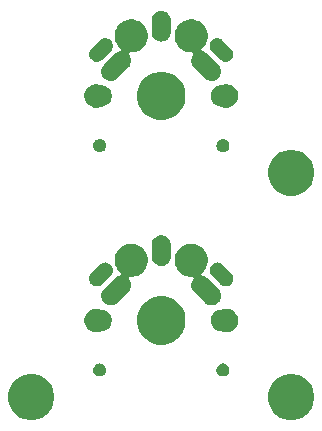
<source format=gbr>
G04 #@! TF.GenerationSoftware,KiCad,Pcbnew,(5.1.2)-2*
G04 #@! TF.CreationDate,2020-04-16T23:41:48+09:00*
G04 #@! TF.ProjectId,17mm ProMicro Cover,31376d6d-2050-4726-9f4d-6963726f2043,rev?*
G04 #@! TF.SameCoordinates,Original*
G04 #@! TF.FileFunction,Soldermask,Top*
G04 #@! TF.FilePolarity,Negative*
%FSLAX46Y46*%
G04 Gerber Fmt 4.6, Leading zero omitted, Abs format (unit mm)*
G04 Created by KiCad (PCBNEW (5.1.2)-2) date 2020-04-16 23:41:48*
%MOMM*%
%LPD*%
G04 APERTURE LIST*
%ADD10C,0.100000*%
G04 APERTURE END LIST*
D10*
G36*
X166069085Y-116623975D02*
G01*
X166375750Y-116751000D01*
X166424145Y-116771046D01*
X166743690Y-116984559D01*
X167015441Y-117256310D01*
X167228954Y-117575855D01*
X167228955Y-117575857D01*
X167376025Y-117930915D01*
X167451000Y-118307842D01*
X167451000Y-118692158D01*
X167376025Y-119069085D01*
X167228955Y-119424143D01*
X167228954Y-119424145D01*
X167015441Y-119743690D01*
X166743690Y-120015441D01*
X166424145Y-120228954D01*
X166424144Y-120228955D01*
X166424143Y-120228955D01*
X166069085Y-120376025D01*
X165692158Y-120451000D01*
X165307842Y-120451000D01*
X164930915Y-120376025D01*
X164575857Y-120228955D01*
X164575856Y-120228955D01*
X164575855Y-120228954D01*
X164256310Y-120015441D01*
X163984559Y-119743690D01*
X163771046Y-119424145D01*
X163771045Y-119424143D01*
X163623975Y-119069085D01*
X163549000Y-118692158D01*
X163549000Y-118307842D01*
X163623975Y-117930915D01*
X163771045Y-117575857D01*
X163771046Y-117575855D01*
X163984559Y-117256310D01*
X164256310Y-116984559D01*
X164575855Y-116771046D01*
X164624250Y-116751000D01*
X164930915Y-116623975D01*
X165307842Y-116549000D01*
X165692158Y-116549000D01*
X166069085Y-116623975D01*
X166069085Y-116623975D01*
G37*
G36*
X144069085Y-116623975D02*
G01*
X144375750Y-116751000D01*
X144424145Y-116771046D01*
X144743690Y-116984559D01*
X145015441Y-117256310D01*
X145228954Y-117575855D01*
X145228955Y-117575857D01*
X145376025Y-117930915D01*
X145451000Y-118307842D01*
X145451000Y-118692158D01*
X145376025Y-119069085D01*
X145228955Y-119424143D01*
X145228954Y-119424145D01*
X145015441Y-119743690D01*
X144743690Y-120015441D01*
X144424145Y-120228954D01*
X144424144Y-120228955D01*
X144424143Y-120228955D01*
X144069085Y-120376025D01*
X143692158Y-120451000D01*
X143307842Y-120451000D01*
X142930915Y-120376025D01*
X142575857Y-120228955D01*
X142575856Y-120228955D01*
X142575855Y-120228954D01*
X142256310Y-120015441D01*
X141984559Y-119743690D01*
X141771046Y-119424145D01*
X141771045Y-119424143D01*
X141623975Y-119069085D01*
X141549000Y-118692158D01*
X141549000Y-118307842D01*
X141623975Y-117930915D01*
X141771045Y-117575857D01*
X141771046Y-117575855D01*
X141984559Y-117256310D01*
X142256310Y-116984559D01*
X142575855Y-116771046D01*
X142624250Y-116751000D01*
X142930915Y-116623975D01*
X143307842Y-116549000D01*
X143692158Y-116549000D01*
X144069085Y-116623975D01*
X144069085Y-116623975D01*
G37*
G36*
X159880721Y-115670174D02*
G01*
X159980995Y-115711709D01*
X159980996Y-115711710D01*
X160071242Y-115772010D01*
X160147990Y-115848758D01*
X160147991Y-115848760D01*
X160208291Y-115939005D01*
X160249826Y-116039279D01*
X160271000Y-116145730D01*
X160271000Y-116254270D01*
X160249826Y-116360721D01*
X160208291Y-116460995D01*
X160208290Y-116460996D01*
X160147990Y-116551242D01*
X160071242Y-116627990D01*
X160025812Y-116658345D01*
X159980995Y-116688291D01*
X159880721Y-116729826D01*
X159774270Y-116751000D01*
X159665730Y-116751000D01*
X159559279Y-116729826D01*
X159459005Y-116688291D01*
X159414188Y-116658345D01*
X159368758Y-116627990D01*
X159292010Y-116551242D01*
X159231710Y-116460996D01*
X159231709Y-116460995D01*
X159190174Y-116360721D01*
X159169000Y-116254270D01*
X159169000Y-116145730D01*
X159190174Y-116039279D01*
X159231709Y-115939005D01*
X159292009Y-115848760D01*
X159292010Y-115848758D01*
X159368758Y-115772010D01*
X159459004Y-115711710D01*
X159459005Y-115711709D01*
X159559279Y-115670174D01*
X159665730Y-115649000D01*
X159774270Y-115649000D01*
X159880721Y-115670174D01*
X159880721Y-115670174D01*
G37*
G36*
X149440721Y-115670174D02*
G01*
X149540995Y-115711709D01*
X149540996Y-115711710D01*
X149631242Y-115772010D01*
X149707990Y-115848758D01*
X149707991Y-115848760D01*
X149768291Y-115939005D01*
X149809826Y-116039279D01*
X149831000Y-116145730D01*
X149831000Y-116254270D01*
X149809826Y-116360721D01*
X149768291Y-116460995D01*
X149768290Y-116460996D01*
X149707990Y-116551242D01*
X149631242Y-116627990D01*
X149585812Y-116658345D01*
X149540995Y-116688291D01*
X149440721Y-116729826D01*
X149334270Y-116751000D01*
X149225730Y-116751000D01*
X149119279Y-116729826D01*
X149019005Y-116688291D01*
X148974188Y-116658345D01*
X148928758Y-116627990D01*
X148852010Y-116551242D01*
X148791710Y-116460996D01*
X148791709Y-116460995D01*
X148750174Y-116360721D01*
X148729000Y-116254270D01*
X148729000Y-116145730D01*
X148750174Y-116039279D01*
X148791709Y-115939005D01*
X148852009Y-115848760D01*
X148852010Y-115848758D01*
X148928758Y-115772010D01*
X149019004Y-115711710D01*
X149019005Y-115711709D01*
X149119279Y-115670174D01*
X149225730Y-115649000D01*
X149334270Y-115649000D01*
X149440721Y-115670174D01*
X149440721Y-115670174D01*
G37*
G36*
X155098254Y-110027818D02*
G01*
X155471511Y-110182426D01*
X155471513Y-110182427D01*
X155539165Y-110227631D01*
X155807436Y-110406884D01*
X156093116Y-110692564D01*
X156317574Y-111028489D01*
X156472182Y-111401746D01*
X156551000Y-111797993D01*
X156551000Y-112202007D01*
X156472182Y-112598254D01*
X156342839Y-112910515D01*
X156317573Y-112971513D01*
X156093116Y-113307436D01*
X155807436Y-113593116D01*
X155471513Y-113817573D01*
X155471512Y-113817574D01*
X155471511Y-113817574D01*
X155098254Y-113972182D01*
X154702007Y-114051000D01*
X154297993Y-114051000D01*
X153901746Y-113972182D01*
X153528489Y-113817574D01*
X153528488Y-113817574D01*
X153528487Y-113817573D01*
X153192564Y-113593116D01*
X152906884Y-113307436D01*
X152682427Y-112971513D01*
X152657161Y-112910515D01*
X152527818Y-112598254D01*
X152449000Y-112202007D01*
X152449000Y-111797993D01*
X152527818Y-111401746D01*
X152682426Y-111028489D01*
X152906884Y-110692564D01*
X153192564Y-110406884D01*
X153460835Y-110227631D01*
X153528487Y-110182427D01*
X153528489Y-110182426D01*
X153901746Y-110027818D01*
X154297993Y-109949000D01*
X154702007Y-109949000D01*
X155098254Y-110027818D01*
X155098254Y-110027818D01*
G37*
G36*
X149195285Y-111018234D02*
G01*
X149291981Y-111037468D01*
X149412310Y-111087311D01*
X149417560Y-111089485D01*
X149441009Y-111096598D01*
X149465395Y-111099000D01*
X149508742Y-111099000D01*
X149533512Y-111103927D01*
X149682812Y-111133624D01*
X149846784Y-111201544D01*
X149994354Y-111300147D01*
X150119853Y-111425646D01*
X150218456Y-111573216D01*
X150286376Y-111737188D01*
X150321000Y-111911259D01*
X150321000Y-112088741D01*
X150286376Y-112262812D01*
X150218456Y-112426784D01*
X150119853Y-112574354D01*
X149994354Y-112699853D01*
X149846784Y-112798456D01*
X149682812Y-112866376D01*
X149533512Y-112896073D01*
X149508742Y-112901000D01*
X149465395Y-112901000D01*
X149441009Y-112903402D01*
X149417560Y-112910515D01*
X149291981Y-112962532D01*
X149195285Y-112981766D01*
X149098591Y-113001000D01*
X148901409Y-113001000D01*
X148804715Y-112981766D01*
X148708019Y-112962532D01*
X148525849Y-112887074D01*
X148361900Y-112777527D01*
X148222473Y-112638100D01*
X148112926Y-112474151D01*
X148037468Y-112291981D01*
X147999000Y-112098590D01*
X147999000Y-111901410D01*
X148037468Y-111708019D01*
X148112926Y-111525849D01*
X148222473Y-111361900D01*
X148361900Y-111222473D01*
X148525849Y-111112926D01*
X148708019Y-111037468D01*
X148804715Y-111018234D01*
X148901409Y-110999000D01*
X149098591Y-110999000D01*
X149195285Y-111018234D01*
X149195285Y-111018234D01*
G37*
G36*
X160195285Y-111018234D02*
G01*
X160291981Y-111037468D01*
X160474151Y-111112926D01*
X160638100Y-111222473D01*
X160777527Y-111361900D01*
X160887074Y-111525849D01*
X160962532Y-111708019D01*
X161001000Y-111901410D01*
X161001000Y-112098590D01*
X160962532Y-112291981D01*
X160887074Y-112474151D01*
X160777527Y-112638100D01*
X160638100Y-112777527D01*
X160474151Y-112887074D01*
X160291981Y-112962532D01*
X160195285Y-112981766D01*
X160098591Y-113001000D01*
X159901409Y-113001000D01*
X159804715Y-112981766D01*
X159708019Y-112962532D01*
X159582440Y-112910515D01*
X159558991Y-112903402D01*
X159534605Y-112901000D01*
X159491258Y-112901000D01*
X159466488Y-112896073D01*
X159317188Y-112866376D01*
X159153216Y-112798456D01*
X159005646Y-112699853D01*
X158880147Y-112574354D01*
X158781544Y-112426784D01*
X158713624Y-112262812D01*
X158679000Y-112088741D01*
X158679000Y-111911259D01*
X158713624Y-111737188D01*
X158781544Y-111573216D01*
X158880147Y-111425646D01*
X159005646Y-111300147D01*
X159153216Y-111201544D01*
X159317188Y-111133624D01*
X159466488Y-111103927D01*
X159491258Y-111099000D01*
X159534605Y-111099000D01*
X159558991Y-111096598D01*
X159582440Y-111089485D01*
X159587690Y-111087311D01*
X159708019Y-111037468D01*
X159804715Y-111018234D01*
X159901409Y-110999000D01*
X160098591Y-110999000D01*
X160195285Y-111018234D01*
X160195285Y-111018234D01*
G37*
G36*
X157358433Y-105554893D02*
G01*
X157448657Y-105572839D01*
X157554267Y-105616585D01*
X157703621Y-105678449D01*
X157703622Y-105678450D01*
X157933086Y-105831772D01*
X158128228Y-106026914D01*
X158230675Y-106180237D01*
X158281551Y-106256379D01*
X158387161Y-106511344D01*
X158441000Y-106782012D01*
X158441000Y-107057988D01*
X158412246Y-107202543D01*
X158400119Y-107263514D01*
X158387161Y-107328656D01*
X158281551Y-107583621D01*
X158281550Y-107583622D01*
X158128228Y-107813086D01*
X157942058Y-107999256D01*
X157926518Y-108018192D01*
X157914967Y-108039803D01*
X157907854Y-108063252D01*
X157905452Y-108087638D01*
X157907854Y-108112024D01*
X157914967Y-108135473D01*
X157926518Y-108157084D01*
X157942063Y-108176026D01*
X157961005Y-108191571D01*
X157982616Y-108203122D01*
X157995910Y-108206454D01*
X157995623Y-108207399D01*
X158007401Y-108210972D01*
X158007403Y-108210972D01*
X158088123Y-108235458D01*
X158158394Y-108256774D01*
X158206864Y-108282682D01*
X158297546Y-108331152D01*
X158388952Y-108406168D01*
X159363832Y-109381047D01*
X159438848Y-109472453D01*
X159483880Y-109556703D01*
X159513227Y-109611606D01*
X159559028Y-109762595D01*
X159574494Y-109919619D01*
X159559028Y-110076642D01*
X159513227Y-110227631D01*
X159476037Y-110297208D01*
X159438848Y-110366784D01*
X159405938Y-110406884D01*
X159338752Y-110488752D01*
X159260024Y-110553361D01*
X159216784Y-110588848D01*
X159147208Y-110626037D01*
X159077631Y-110663227D01*
X158926642Y-110709028D01*
X158769619Y-110724494D01*
X158612595Y-110709028D01*
X158461606Y-110663227D01*
X158406703Y-110633880D01*
X158322453Y-110588848D01*
X158231047Y-110513832D01*
X157256168Y-109538952D01*
X157181152Y-109447546D01*
X157132682Y-109356864D01*
X157106774Y-109308394D01*
X157060973Y-109157405D01*
X157060972Y-109157403D01*
X157045506Y-109000381D01*
X157060972Y-108843359D01*
X157083873Y-108767864D01*
X157106774Y-108692368D01*
X157132682Y-108643898D01*
X157181152Y-108553216D01*
X157204069Y-108525291D01*
X157217679Y-108504923D01*
X157227057Y-108482284D01*
X157231837Y-108458251D01*
X157231837Y-108433747D01*
X157227057Y-108409714D01*
X157217679Y-108387075D01*
X157204066Y-108366701D01*
X157186739Y-108349374D01*
X157166364Y-108335760D01*
X157143725Y-108326382D01*
X157119692Y-108321602D01*
X157107440Y-108321000D01*
X156902012Y-108321000D01*
X156721567Y-108285107D01*
X156631343Y-108267161D01*
X156486694Y-108207245D01*
X156376379Y-108161551D01*
X156229264Y-108063252D01*
X156146914Y-108008228D01*
X155951772Y-107813086D01*
X155798450Y-107583622D01*
X155798449Y-107583621D01*
X155692839Y-107328656D01*
X155679882Y-107263514D01*
X155667754Y-107202543D01*
X155639000Y-107057988D01*
X155639000Y-106782012D01*
X155692839Y-106511344D01*
X155798449Y-106256379D01*
X155849325Y-106180237D01*
X155951772Y-106026914D01*
X156146914Y-105831772D01*
X156376378Y-105678450D01*
X156376379Y-105678449D01*
X156525733Y-105616585D01*
X156631343Y-105572839D01*
X156721567Y-105554893D01*
X156902012Y-105519000D01*
X157177988Y-105519000D01*
X157358433Y-105554893D01*
X157358433Y-105554893D01*
G37*
G36*
X152278433Y-105554893D02*
G01*
X152368657Y-105572839D01*
X152474267Y-105616585D01*
X152623621Y-105678449D01*
X152623622Y-105678450D01*
X152853086Y-105831772D01*
X153048228Y-106026914D01*
X153150675Y-106180237D01*
X153201551Y-106256379D01*
X153307161Y-106511344D01*
X153361000Y-106782012D01*
X153361000Y-107057988D01*
X153332246Y-107202543D01*
X153320119Y-107263514D01*
X153307161Y-107328656D01*
X153201551Y-107583621D01*
X153201550Y-107583622D01*
X153048228Y-107813086D01*
X152853086Y-108008228D01*
X152770736Y-108063252D01*
X152623621Y-108161551D01*
X152513306Y-108207245D01*
X152368657Y-108267161D01*
X152278433Y-108285107D01*
X152097988Y-108321000D01*
X151892560Y-108321000D01*
X151868174Y-108323402D01*
X151844725Y-108330515D01*
X151823114Y-108342066D01*
X151804172Y-108357611D01*
X151788627Y-108376553D01*
X151777076Y-108398164D01*
X151769963Y-108421613D01*
X151767561Y-108445999D01*
X151769963Y-108470385D01*
X151777076Y-108493834D01*
X151788627Y-108515445D01*
X151795926Y-108525285D01*
X151818848Y-108553216D01*
X151856037Y-108622792D01*
X151893227Y-108692369D01*
X151939028Y-108843358D01*
X151954494Y-109000381D01*
X151939028Y-109157405D01*
X151893227Y-109308394D01*
X151863880Y-109363297D01*
X151818848Y-109447547D01*
X151743832Y-109538953D01*
X150768952Y-110513832D01*
X150677546Y-110588848D01*
X150586864Y-110637318D01*
X150538394Y-110663226D01*
X150462898Y-110686127D01*
X150387403Y-110709028D01*
X150230381Y-110724494D01*
X150073359Y-110709028D01*
X149997864Y-110686127D01*
X149922368Y-110663226D01*
X149873898Y-110637318D01*
X149783216Y-110588848D01*
X149739976Y-110553361D01*
X149661248Y-110488752D01*
X149594062Y-110406884D01*
X149561152Y-110366784D01*
X149512682Y-110276102D01*
X149486774Y-110227632D01*
X149463873Y-110152136D01*
X149440972Y-110076641D01*
X149425506Y-109919619D01*
X149440972Y-109762597D01*
X149486774Y-109611607D01*
X149486774Y-109611606D01*
X149525608Y-109538953D01*
X149561152Y-109472454D01*
X149636168Y-109381048D01*
X150611047Y-108406168D01*
X150702453Y-108331152D01*
X150786703Y-108286120D01*
X150841606Y-108256773D01*
X151003000Y-108207816D01*
X151005867Y-108207245D01*
X151028503Y-108197861D01*
X151048874Y-108184242D01*
X151066196Y-108166910D01*
X151079804Y-108146532D01*
X151089175Y-108123891D01*
X151093949Y-108099856D01*
X151093943Y-108075352D01*
X151089156Y-108051320D01*
X151079772Y-108028684D01*
X151057940Y-107999254D01*
X150871772Y-107813086D01*
X150718450Y-107583622D01*
X150718449Y-107583621D01*
X150612839Y-107328656D01*
X150599882Y-107263514D01*
X150587754Y-107202543D01*
X150559000Y-107057988D01*
X150559000Y-106782012D01*
X150612839Y-106511344D01*
X150718449Y-106256379D01*
X150769325Y-106180237D01*
X150871772Y-106026914D01*
X151066914Y-105831772D01*
X151296378Y-105678450D01*
X151296379Y-105678449D01*
X151445733Y-105616585D01*
X151551343Y-105572839D01*
X151641567Y-105554893D01*
X151822012Y-105519000D01*
X152097988Y-105519000D01*
X152278433Y-105554893D01*
X152278433Y-105554893D01*
G37*
G36*
X159374063Y-107104867D02*
G01*
X159496779Y-107142092D01*
X159567306Y-107179790D01*
X159609873Y-107202542D01*
X159684165Y-107263513D01*
X160436487Y-108015834D01*
X160497458Y-108090127D01*
X160497459Y-108090129D01*
X160557908Y-108203220D01*
X160595133Y-108325937D01*
X160607702Y-108453553D01*
X160595133Y-108581169D01*
X160561402Y-108692368D01*
X160557908Y-108703885D01*
X160497458Y-108816979D01*
X160416106Y-108916106D01*
X160316979Y-108997458D01*
X160203887Y-109057907D01*
X160203885Y-109057908D01*
X160081169Y-109095133D01*
X159953553Y-109107702D01*
X159825937Y-109095133D01*
X159703220Y-109057908D01*
X159590129Y-108997459D01*
X159590127Y-108997458D01*
X159515834Y-108936487D01*
X158763513Y-108184165D01*
X158702542Y-108109873D01*
X158652278Y-108015835D01*
X158642092Y-107996779D01*
X158604867Y-107874063D01*
X158592298Y-107746447D01*
X158604867Y-107618831D01*
X158642092Y-107496115D01*
X158672318Y-107439568D01*
X158702542Y-107383021D01*
X158783894Y-107283894D01*
X158883021Y-107202542D01*
X158945526Y-107169133D01*
X158996115Y-107142092D01*
X159118831Y-107104867D01*
X159246447Y-107092298D01*
X159374063Y-107104867D01*
X159374063Y-107104867D01*
G37*
G36*
X149881169Y-107104867D02*
G01*
X150003885Y-107142092D01*
X150116979Y-107202542D01*
X150216106Y-107283894D01*
X150297458Y-107383021D01*
X150357908Y-107496115D01*
X150395133Y-107618831D01*
X150407702Y-107746447D01*
X150395133Y-107874063D01*
X150357908Y-107996780D01*
X150315910Y-108075352D01*
X150297458Y-108109873D01*
X150236487Y-108184166D01*
X149484165Y-108936487D01*
X149409873Y-108997458D01*
X149367306Y-109020210D01*
X149296779Y-109057908D01*
X149174063Y-109095133D01*
X149046447Y-109107702D01*
X148918831Y-109095133D01*
X148796115Y-109057908D01*
X148739568Y-109027682D01*
X148683021Y-108997458D01*
X148583894Y-108916106D01*
X148502542Y-108816979D01*
X148442092Y-108703885D01*
X148404867Y-108581169D01*
X148392298Y-108453553D01*
X148404867Y-108325937D01*
X148442092Y-108203221D01*
X148491989Y-108109871D01*
X148502542Y-108090127D01*
X148563513Y-108015835D01*
X149315834Y-107263513D01*
X149390127Y-107202542D01*
X149403062Y-107195628D01*
X149503220Y-107142092D01*
X149625937Y-107104867D01*
X149753553Y-107092298D01*
X149881169Y-107104867D01*
X149881169Y-107104867D01*
G37*
G36*
X154657022Y-104810590D02*
G01*
X154757681Y-104841125D01*
X154808012Y-104856392D01*
X154947164Y-104930771D01*
X155069133Y-105030867D01*
X155169229Y-105152835D01*
X155243608Y-105291987D01*
X155258875Y-105342318D01*
X155289410Y-105442977D01*
X155301000Y-105560655D01*
X155301000Y-106639345D01*
X155289410Y-106757023D01*
X155281829Y-106782014D01*
X155243608Y-106908013D01*
X155169229Y-107047165D01*
X155069133Y-107169133D01*
X154947165Y-107269229D01*
X154808013Y-107343608D01*
X154757682Y-107358875D01*
X154657023Y-107389410D01*
X154500000Y-107404875D01*
X154342978Y-107389410D01*
X154242319Y-107358875D01*
X154191988Y-107343608D01*
X154052836Y-107269229D01*
X153930868Y-107169133D01*
X153830772Y-107047165D01*
X153756393Y-106908013D01*
X153718172Y-106782014D01*
X153710591Y-106757023D01*
X153699001Y-106639345D01*
X153699000Y-105560656D01*
X153710590Y-105442978D01*
X153756392Y-105291989D01*
X153756392Y-105291988D01*
X153830771Y-105152836D01*
X153830772Y-105152835D01*
X153930867Y-105030867D01*
X154052835Y-104930771D01*
X154191987Y-104856392D01*
X154242318Y-104841125D01*
X154342977Y-104810590D01*
X154500000Y-104795125D01*
X154657022Y-104810590D01*
X154657022Y-104810590D01*
G37*
G36*
X166069085Y-97623975D02*
G01*
X166375750Y-97751000D01*
X166424145Y-97771046D01*
X166743690Y-97984559D01*
X167015441Y-98256310D01*
X167228954Y-98575855D01*
X167228955Y-98575857D01*
X167376025Y-98930915D01*
X167451000Y-99307842D01*
X167451000Y-99692158D01*
X167376025Y-100069085D01*
X167228955Y-100424143D01*
X167228954Y-100424145D01*
X167015441Y-100743690D01*
X166743690Y-101015441D01*
X166424145Y-101228954D01*
X166424144Y-101228955D01*
X166424143Y-101228955D01*
X166069085Y-101376025D01*
X165692158Y-101451000D01*
X165307842Y-101451000D01*
X164930915Y-101376025D01*
X164575857Y-101228955D01*
X164575856Y-101228955D01*
X164575855Y-101228954D01*
X164256310Y-101015441D01*
X163984559Y-100743690D01*
X163771046Y-100424145D01*
X163771045Y-100424143D01*
X163623975Y-100069085D01*
X163549000Y-99692158D01*
X163549000Y-99307842D01*
X163623975Y-98930915D01*
X163771045Y-98575857D01*
X163771046Y-98575855D01*
X163984559Y-98256310D01*
X164256310Y-97984559D01*
X164575855Y-97771046D01*
X164624250Y-97751000D01*
X164930915Y-97623975D01*
X165307842Y-97549000D01*
X165692158Y-97549000D01*
X166069085Y-97623975D01*
X166069085Y-97623975D01*
G37*
G36*
X159880721Y-96670174D02*
G01*
X159980995Y-96711709D01*
X159980996Y-96711710D01*
X160071242Y-96772010D01*
X160147990Y-96848758D01*
X160147991Y-96848760D01*
X160208291Y-96939005D01*
X160249826Y-97039279D01*
X160271000Y-97145730D01*
X160271000Y-97254270D01*
X160249826Y-97360721D01*
X160208291Y-97460995D01*
X160208290Y-97460996D01*
X160147990Y-97551242D01*
X160071242Y-97627990D01*
X160025812Y-97658345D01*
X159980995Y-97688291D01*
X159880721Y-97729826D01*
X159774270Y-97751000D01*
X159665730Y-97751000D01*
X159559279Y-97729826D01*
X159459005Y-97688291D01*
X159414188Y-97658345D01*
X159368758Y-97627990D01*
X159292010Y-97551242D01*
X159231710Y-97460996D01*
X159231709Y-97460995D01*
X159190174Y-97360721D01*
X159169000Y-97254270D01*
X159169000Y-97145730D01*
X159190174Y-97039279D01*
X159231709Y-96939005D01*
X159292009Y-96848760D01*
X159292010Y-96848758D01*
X159368758Y-96772010D01*
X159459004Y-96711710D01*
X159459005Y-96711709D01*
X159559279Y-96670174D01*
X159665730Y-96649000D01*
X159774270Y-96649000D01*
X159880721Y-96670174D01*
X159880721Y-96670174D01*
G37*
G36*
X149440721Y-96670174D02*
G01*
X149540995Y-96711709D01*
X149540996Y-96711710D01*
X149631242Y-96772010D01*
X149707990Y-96848758D01*
X149707991Y-96848760D01*
X149768291Y-96939005D01*
X149809826Y-97039279D01*
X149831000Y-97145730D01*
X149831000Y-97254270D01*
X149809826Y-97360721D01*
X149768291Y-97460995D01*
X149768290Y-97460996D01*
X149707990Y-97551242D01*
X149631242Y-97627990D01*
X149585812Y-97658345D01*
X149540995Y-97688291D01*
X149440721Y-97729826D01*
X149334270Y-97751000D01*
X149225730Y-97751000D01*
X149119279Y-97729826D01*
X149019005Y-97688291D01*
X148974188Y-97658345D01*
X148928758Y-97627990D01*
X148852010Y-97551242D01*
X148791710Y-97460996D01*
X148791709Y-97460995D01*
X148750174Y-97360721D01*
X148729000Y-97254270D01*
X148729000Y-97145730D01*
X148750174Y-97039279D01*
X148791709Y-96939005D01*
X148852009Y-96848760D01*
X148852010Y-96848758D01*
X148928758Y-96772010D01*
X149019004Y-96711710D01*
X149019005Y-96711709D01*
X149119279Y-96670174D01*
X149225730Y-96649000D01*
X149334270Y-96649000D01*
X149440721Y-96670174D01*
X149440721Y-96670174D01*
G37*
G36*
X155098254Y-91027818D02*
G01*
X155471511Y-91182426D01*
X155471513Y-91182427D01*
X155539165Y-91227631D01*
X155807436Y-91406884D01*
X156093116Y-91692564D01*
X156317574Y-92028489D01*
X156472182Y-92401746D01*
X156551000Y-92797993D01*
X156551000Y-93202007D01*
X156472182Y-93598254D01*
X156342839Y-93910515D01*
X156317573Y-93971513D01*
X156093116Y-94307436D01*
X155807436Y-94593116D01*
X155471513Y-94817573D01*
X155471512Y-94817574D01*
X155471511Y-94817574D01*
X155098254Y-94972182D01*
X154702007Y-95051000D01*
X154297993Y-95051000D01*
X153901746Y-94972182D01*
X153528489Y-94817574D01*
X153528488Y-94817574D01*
X153528487Y-94817573D01*
X153192564Y-94593116D01*
X152906884Y-94307436D01*
X152682427Y-93971513D01*
X152657161Y-93910515D01*
X152527818Y-93598254D01*
X152449000Y-93202007D01*
X152449000Y-92797993D01*
X152527818Y-92401746D01*
X152682426Y-92028489D01*
X152906884Y-91692564D01*
X153192564Y-91406884D01*
X153460835Y-91227631D01*
X153528487Y-91182427D01*
X153528489Y-91182426D01*
X153901746Y-91027818D01*
X154297993Y-90949000D01*
X154702007Y-90949000D01*
X155098254Y-91027818D01*
X155098254Y-91027818D01*
G37*
G36*
X149291981Y-92037468D02*
G01*
X149412310Y-92087311D01*
X149417560Y-92089485D01*
X149441009Y-92096598D01*
X149465395Y-92099000D01*
X149508742Y-92099000D01*
X149533512Y-92103927D01*
X149682812Y-92133624D01*
X149846784Y-92201544D01*
X149994354Y-92300147D01*
X150119853Y-92425646D01*
X150218456Y-92573216D01*
X150286376Y-92737188D01*
X150321000Y-92911259D01*
X150321000Y-93088741D01*
X150286376Y-93262812D01*
X150218456Y-93426784D01*
X150119853Y-93574354D01*
X149994354Y-93699853D01*
X149846784Y-93798456D01*
X149682812Y-93866376D01*
X149533512Y-93896073D01*
X149508742Y-93901000D01*
X149465395Y-93901000D01*
X149441009Y-93903402D01*
X149417560Y-93910515D01*
X149291981Y-93962532D01*
X149098591Y-94001000D01*
X148901409Y-94001000D01*
X148804715Y-93981766D01*
X148708019Y-93962532D01*
X148525849Y-93887074D01*
X148361900Y-93777527D01*
X148222473Y-93638100D01*
X148112926Y-93474151D01*
X148037468Y-93291981D01*
X147999000Y-93098590D01*
X147999000Y-92901410D01*
X148037468Y-92708019D01*
X148112926Y-92525849D01*
X148222473Y-92361900D01*
X148361900Y-92222473D01*
X148525849Y-92112926D01*
X148708019Y-92037468D01*
X148804715Y-92018234D01*
X148901409Y-91999000D01*
X149098591Y-91999000D01*
X149291981Y-92037468D01*
X149291981Y-92037468D01*
G37*
G36*
X160291981Y-92037468D02*
G01*
X160474151Y-92112926D01*
X160638100Y-92222473D01*
X160777527Y-92361900D01*
X160887074Y-92525849D01*
X160962532Y-92708019D01*
X161001000Y-92901410D01*
X161001000Y-93098590D01*
X160962532Y-93291981D01*
X160887074Y-93474151D01*
X160777527Y-93638100D01*
X160638100Y-93777527D01*
X160474151Y-93887074D01*
X160291981Y-93962532D01*
X160098591Y-94001000D01*
X159901409Y-94001000D01*
X159804715Y-93981766D01*
X159708019Y-93962532D01*
X159582440Y-93910515D01*
X159558991Y-93903402D01*
X159534605Y-93901000D01*
X159491258Y-93901000D01*
X159466488Y-93896073D01*
X159317188Y-93866376D01*
X159153216Y-93798456D01*
X159005646Y-93699853D01*
X158880147Y-93574354D01*
X158781544Y-93426784D01*
X158713624Y-93262812D01*
X158679000Y-93088741D01*
X158679000Y-92911259D01*
X158713624Y-92737188D01*
X158781544Y-92573216D01*
X158880147Y-92425646D01*
X159005646Y-92300147D01*
X159153216Y-92201544D01*
X159317188Y-92133624D01*
X159466488Y-92103927D01*
X159491258Y-92099000D01*
X159534605Y-92099000D01*
X159558991Y-92096598D01*
X159582440Y-92089485D01*
X159587690Y-92087311D01*
X159708019Y-92037468D01*
X159804715Y-92018234D01*
X159901409Y-91999000D01*
X160098591Y-91999000D01*
X160291981Y-92037468D01*
X160291981Y-92037468D01*
G37*
G36*
X157358433Y-86554893D02*
G01*
X157448657Y-86572839D01*
X157554267Y-86616585D01*
X157703621Y-86678449D01*
X157703622Y-86678450D01*
X157933086Y-86831772D01*
X158128228Y-87026914D01*
X158230675Y-87180237D01*
X158281551Y-87256379D01*
X158387161Y-87511344D01*
X158441000Y-87782012D01*
X158441000Y-88057988D01*
X158412246Y-88202543D01*
X158400119Y-88263514D01*
X158387161Y-88328656D01*
X158281551Y-88583621D01*
X158281550Y-88583622D01*
X158128228Y-88813086D01*
X157942058Y-88999256D01*
X157926518Y-89018192D01*
X157914967Y-89039803D01*
X157907854Y-89063252D01*
X157905452Y-89087638D01*
X157907854Y-89112024D01*
X157914967Y-89135473D01*
X157926518Y-89157084D01*
X157942063Y-89176026D01*
X157961005Y-89191571D01*
X157982616Y-89203122D01*
X157995910Y-89206454D01*
X157995623Y-89207399D01*
X158007401Y-89210972D01*
X158007403Y-89210972D01*
X158088123Y-89235458D01*
X158158394Y-89256774D01*
X158206864Y-89282682D01*
X158297546Y-89331152D01*
X158388952Y-89406168D01*
X159363832Y-90381047D01*
X159438848Y-90472453D01*
X159483880Y-90556703D01*
X159513227Y-90611606D01*
X159559028Y-90762595D01*
X159574494Y-90919619D01*
X159559028Y-91076642D01*
X159513227Y-91227631D01*
X159476037Y-91297208D01*
X159438848Y-91366784D01*
X159405938Y-91406884D01*
X159338752Y-91488752D01*
X159260024Y-91553361D01*
X159216784Y-91588848D01*
X159147208Y-91626037D01*
X159077631Y-91663227D01*
X158926642Y-91709028D01*
X158769619Y-91724494D01*
X158612595Y-91709028D01*
X158461606Y-91663227D01*
X158406703Y-91633880D01*
X158322453Y-91588848D01*
X158231047Y-91513832D01*
X157256168Y-90538952D01*
X157181152Y-90447546D01*
X157132682Y-90356864D01*
X157106774Y-90308394D01*
X157060973Y-90157405D01*
X157060972Y-90157403D01*
X157045506Y-90000381D01*
X157060972Y-89843359D01*
X157083873Y-89767864D01*
X157106774Y-89692368D01*
X157132682Y-89643898D01*
X157181152Y-89553216D01*
X157204069Y-89525291D01*
X157217679Y-89504923D01*
X157227057Y-89482284D01*
X157231837Y-89458251D01*
X157231837Y-89433747D01*
X157227057Y-89409714D01*
X157217679Y-89387075D01*
X157204066Y-89366701D01*
X157186739Y-89349374D01*
X157166364Y-89335760D01*
X157143725Y-89326382D01*
X157119692Y-89321602D01*
X157107440Y-89321000D01*
X156902012Y-89321000D01*
X156721567Y-89285107D01*
X156631343Y-89267161D01*
X156486694Y-89207245D01*
X156376379Y-89161551D01*
X156229264Y-89063252D01*
X156146914Y-89008228D01*
X155951772Y-88813086D01*
X155798450Y-88583622D01*
X155798449Y-88583621D01*
X155692839Y-88328656D01*
X155679882Y-88263514D01*
X155667754Y-88202543D01*
X155639000Y-88057988D01*
X155639000Y-87782012D01*
X155692839Y-87511344D01*
X155798449Y-87256379D01*
X155849325Y-87180237D01*
X155951772Y-87026914D01*
X156146914Y-86831772D01*
X156376378Y-86678450D01*
X156376379Y-86678449D01*
X156525733Y-86616585D01*
X156631343Y-86572839D01*
X156721567Y-86554893D01*
X156902012Y-86519000D01*
X157177988Y-86519000D01*
X157358433Y-86554893D01*
X157358433Y-86554893D01*
G37*
G36*
X152278433Y-86554893D02*
G01*
X152368657Y-86572839D01*
X152474267Y-86616585D01*
X152623621Y-86678449D01*
X152623622Y-86678450D01*
X152853086Y-86831772D01*
X153048228Y-87026914D01*
X153150675Y-87180237D01*
X153201551Y-87256379D01*
X153307161Y-87511344D01*
X153361000Y-87782012D01*
X153361000Y-88057988D01*
X153332246Y-88202543D01*
X153320119Y-88263514D01*
X153307161Y-88328656D01*
X153201551Y-88583621D01*
X153201550Y-88583622D01*
X153048228Y-88813086D01*
X152853086Y-89008228D01*
X152770736Y-89063252D01*
X152623621Y-89161551D01*
X152513306Y-89207245D01*
X152368657Y-89267161D01*
X152278433Y-89285107D01*
X152097988Y-89321000D01*
X151892560Y-89321000D01*
X151868174Y-89323402D01*
X151844725Y-89330515D01*
X151823114Y-89342066D01*
X151804172Y-89357611D01*
X151788627Y-89376553D01*
X151777076Y-89398164D01*
X151769963Y-89421613D01*
X151767561Y-89445999D01*
X151769963Y-89470385D01*
X151777076Y-89493834D01*
X151788627Y-89515445D01*
X151795926Y-89525285D01*
X151818848Y-89553216D01*
X151856037Y-89622792D01*
X151893227Y-89692369D01*
X151939028Y-89843358D01*
X151954494Y-90000381D01*
X151939028Y-90157405D01*
X151893227Y-90308394D01*
X151863880Y-90363297D01*
X151818848Y-90447547D01*
X151743832Y-90538953D01*
X150768952Y-91513832D01*
X150677546Y-91588848D01*
X150586864Y-91637318D01*
X150538394Y-91663226D01*
X150462898Y-91686127D01*
X150387403Y-91709028D01*
X150230381Y-91724494D01*
X150073359Y-91709028D01*
X149997864Y-91686127D01*
X149922368Y-91663226D01*
X149873898Y-91637318D01*
X149783216Y-91588848D01*
X149739976Y-91553361D01*
X149661248Y-91488752D01*
X149594062Y-91406884D01*
X149561152Y-91366784D01*
X149512682Y-91276102D01*
X149486774Y-91227632D01*
X149463873Y-91152136D01*
X149440972Y-91076641D01*
X149425506Y-90919619D01*
X149440972Y-90762597D01*
X149486774Y-90611607D01*
X149486774Y-90611606D01*
X149525608Y-90538953D01*
X149561152Y-90472454D01*
X149636168Y-90381048D01*
X150611047Y-89406168D01*
X150702453Y-89331152D01*
X150786703Y-89286120D01*
X150841606Y-89256773D01*
X151003000Y-89207816D01*
X151005867Y-89207245D01*
X151028503Y-89197861D01*
X151048874Y-89184242D01*
X151066196Y-89166910D01*
X151079804Y-89146532D01*
X151089175Y-89123891D01*
X151093949Y-89099856D01*
X151093943Y-89075352D01*
X151089156Y-89051320D01*
X151079772Y-89028684D01*
X151057940Y-88999254D01*
X150871772Y-88813086D01*
X150718450Y-88583622D01*
X150718449Y-88583621D01*
X150612839Y-88328656D01*
X150599882Y-88263514D01*
X150587754Y-88202543D01*
X150559000Y-88057988D01*
X150559000Y-87782012D01*
X150612839Y-87511344D01*
X150718449Y-87256379D01*
X150769325Y-87180237D01*
X150871772Y-87026914D01*
X151066914Y-86831772D01*
X151296378Y-86678450D01*
X151296379Y-86678449D01*
X151445733Y-86616585D01*
X151551343Y-86572839D01*
X151641567Y-86554893D01*
X151822012Y-86519000D01*
X152097988Y-86519000D01*
X152278433Y-86554893D01*
X152278433Y-86554893D01*
G37*
G36*
X159374063Y-88104867D02*
G01*
X159496779Y-88142092D01*
X159567306Y-88179790D01*
X159609873Y-88202542D01*
X159684165Y-88263513D01*
X160436487Y-89015834D01*
X160497458Y-89090127D01*
X160497459Y-89090129D01*
X160557908Y-89203220D01*
X160595133Y-89325937D01*
X160607702Y-89453553D01*
X160595133Y-89581169D01*
X160561402Y-89692368D01*
X160557908Y-89703885D01*
X160497458Y-89816979D01*
X160416106Y-89916106D01*
X160316979Y-89997458D01*
X160203887Y-90057907D01*
X160203885Y-90057908D01*
X160081169Y-90095133D01*
X159953553Y-90107702D01*
X159825937Y-90095133D01*
X159703220Y-90057908D01*
X159590129Y-89997459D01*
X159590127Y-89997458D01*
X159515834Y-89936487D01*
X158763513Y-89184165D01*
X158702542Y-89109873D01*
X158652278Y-89015835D01*
X158642092Y-88996779D01*
X158604867Y-88874063D01*
X158592298Y-88746447D01*
X158604867Y-88618831D01*
X158642092Y-88496115D01*
X158702542Y-88383021D01*
X158783894Y-88283894D01*
X158883021Y-88202542D01*
X158945526Y-88169133D01*
X158996115Y-88142092D01*
X159118831Y-88104867D01*
X159246447Y-88092298D01*
X159374063Y-88104867D01*
X159374063Y-88104867D01*
G37*
G36*
X149881169Y-88104867D02*
G01*
X150003885Y-88142092D01*
X150116979Y-88202542D01*
X150216106Y-88283894D01*
X150297458Y-88383021D01*
X150357908Y-88496115D01*
X150395133Y-88618831D01*
X150407702Y-88746447D01*
X150395133Y-88874063D01*
X150357908Y-88996780D01*
X150315910Y-89075352D01*
X150297458Y-89109873D01*
X150236487Y-89184166D01*
X149484165Y-89936487D01*
X149409873Y-89997458D01*
X149367306Y-90020210D01*
X149296779Y-90057908D01*
X149174063Y-90095133D01*
X149046447Y-90107702D01*
X148918831Y-90095133D01*
X148796115Y-90057908D01*
X148739568Y-90027682D01*
X148683021Y-89997458D01*
X148583894Y-89916106D01*
X148502542Y-89816979D01*
X148442092Y-89703885D01*
X148404867Y-89581169D01*
X148392298Y-89453553D01*
X148404867Y-89325937D01*
X148442092Y-89203221D01*
X148491989Y-89109871D01*
X148502542Y-89090127D01*
X148563513Y-89015835D01*
X149315834Y-88263513D01*
X149390127Y-88202542D01*
X149403062Y-88195628D01*
X149503220Y-88142092D01*
X149625937Y-88104867D01*
X149753553Y-88092298D01*
X149881169Y-88104867D01*
X149881169Y-88104867D01*
G37*
G36*
X154657022Y-85810590D02*
G01*
X154757681Y-85841125D01*
X154808012Y-85856392D01*
X154947164Y-85930771D01*
X155069133Y-86030867D01*
X155169229Y-86152835D01*
X155243608Y-86291987D01*
X155258875Y-86342318D01*
X155289410Y-86442977D01*
X155301000Y-86560655D01*
X155301000Y-87639345D01*
X155289410Y-87757023D01*
X155281829Y-87782014D01*
X155243608Y-87908013D01*
X155169229Y-88047165D01*
X155069133Y-88169133D01*
X154947165Y-88269229D01*
X154808013Y-88343608D01*
X154757682Y-88358875D01*
X154657023Y-88389410D01*
X154500000Y-88404875D01*
X154342978Y-88389410D01*
X154242319Y-88358875D01*
X154191988Y-88343608D01*
X154052836Y-88269229D01*
X153930868Y-88169133D01*
X153830772Y-88047165D01*
X153756393Y-87908013D01*
X153718172Y-87782014D01*
X153710591Y-87757023D01*
X153699001Y-87639345D01*
X153699000Y-86560656D01*
X153710590Y-86442978D01*
X153756392Y-86291989D01*
X153756392Y-86291988D01*
X153830771Y-86152836D01*
X153830772Y-86152835D01*
X153930867Y-86030867D01*
X154052835Y-85930771D01*
X154191987Y-85856392D01*
X154242318Y-85841125D01*
X154342977Y-85810590D01*
X154500000Y-85795125D01*
X154657022Y-85810590D01*
X154657022Y-85810590D01*
G37*
M02*

</source>
